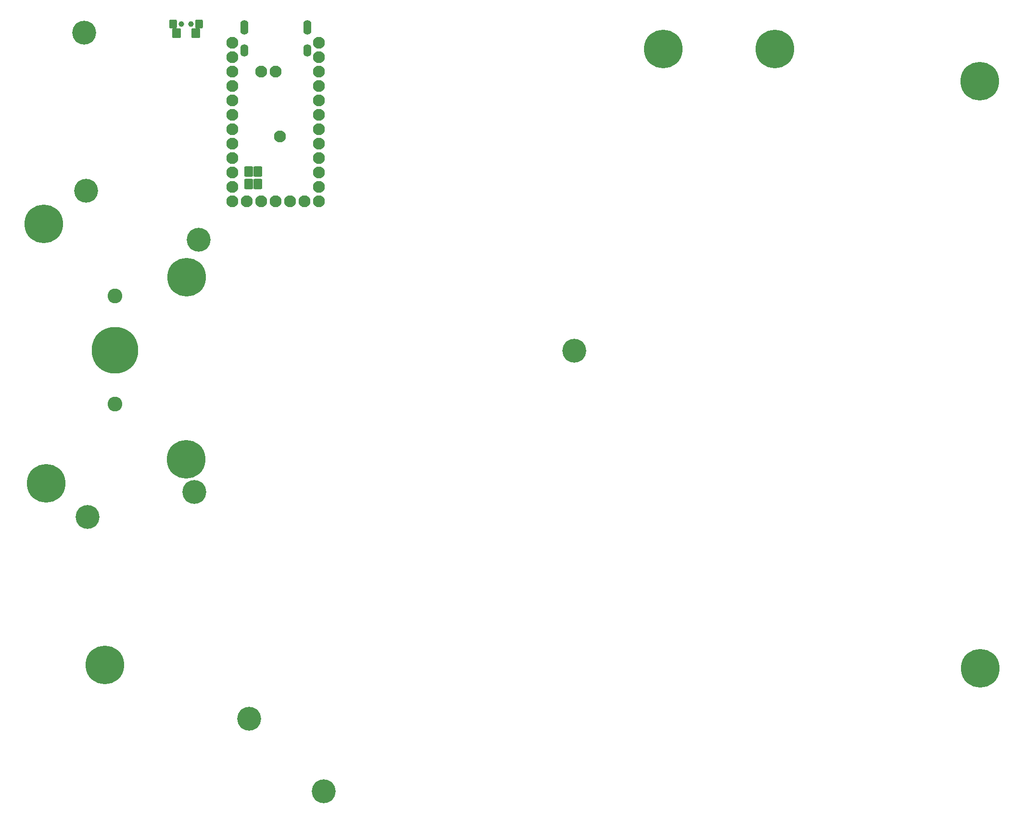
<source format=gbs>
G04 #@! TF.GenerationSoftware,KiCad,Pcbnew,(6.0.0)*
G04 #@! TF.CreationDate,2021-12-27T00:15:52+08:00*
G04 #@! TF.ProjectId,Alvaro v2,416c7661-726f-4207-9632-2e6b69636164,rev?*
G04 #@! TF.SameCoordinates,Original*
G04 #@! TF.FileFunction,Soldermask,Bot*
G04 #@! TF.FilePolarity,Negative*
%FSLAX46Y46*%
G04 Gerber Fmt 4.6, Leading zero omitted, Abs format (unit mm)*
G04 Created by KiCad (PCBNEW (6.0.0)) date 2021-12-27 00:15:52*
%MOMM*%
%LPD*%
G01*
G04 APERTURE LIST*
G04 Aperture macros list*
%AMRoundRect*
0 Rectangle with rounded corners*
0 $1 Rounding radius*
0 $2 $3 $4 $5 $6 $7 $8 $9 X,Y pos of 4 corners*
0 Add a 4 corners polygon primitive as box body*
4,1,4,$2,$3,$4,$5,$6,$7,$8,$9,$2,$3,0*
0 Add four circle primitives for the rounded corners*
1,1,$1+$1,$2,$3*
1,1,$1+$1,$4,$5*
1,1,$1+$1,$6,$7*
1,1,$1+$1,$8,$9*
0 Add four rect primitives between the rounded corners*
20,1,$1+$1,$2,$3,$4,$5,0*
20,1,$1+$1,$4,$5,$6,$7,0*
20,1,$1+$1,$6,$7,$8,$9,0*
20,1,$1+$1,$8,$9,$2,$3,0*%
G04 Aperture macros list end*
%ADD10O,1.400000X2.200000*%
%ADD11O,1.400000X2.600000*%
%ADD12C,1.200000*%
%ADD13C,6.800000*%
%ADD14RoundRect,0.200000X0.600000X-0.700000X0.600000X0.700000X-0.600000X0.700000X-0.600000X-0.700000X0*%
%ADD15C,2.100000*%
%ADD16C,4.200000*%
%ADD17RoundRect,0.200000X-0.450000X-0.600000X0.450000X-0.600000X0.450000X0.600000X-0.450000X0.600000X0*%
%ADD18C,1.000000*%
%ADD19RoundRect,0.200000X-0.575000X-0.650000X0.575000X-0.650000X0.575000X0.650000X-0.575000X0.650000X0*%
%ADD20C,2.600000*%
%ADD21C,8.200000*%
G04 APERTURE END LIST*
D10*
X79867000Y-20020000D03*
D11*
X68717000Y-16020000D03*
X79867000Y-16020000D03*
D10*
X68717000Y-20020000D03*
D12*
X31731394Y-48923159D03*
X31731394Y-52317271D03*
X31028450Y-50620215D03*
X35828450Y-50620215D03*
X33428450Y-53020215D03*
D13*
X33428450Y-50620215D03*
D12*
X33428450Y-48220215D03*
X35125506Y-52317271D03*
X35125506Y-48923159D03*
D14*
X71142000Y-43569000D03*
X71142000Y-41369000D03*
X69542000Y-41369000D03*
X69542000Y-43569000D03*
D15*
X79372000Y-46660000D03*
X76832000Y-46660000D03*
X74292000Y-46660000D03*
X71752000Y-46660000D03*
X69212000Y-46660000D03*
X66672000Y-46660000D03*
X66672000Y-44120000D03*
X66672000Y-41580000D03*
X66672000Y-39040000D03*
X66672000Y-36500000D03*
X66672000Y-33960000D03*
X66672000Y-31420000D03*
X66672000Y-28880000D03*
X66672000Y-26340000D03*
X66672000Y-23800000D03*
X66672000Y-21260000D03*
X66672000Y-18720000D03*
X81912000Y-18720000D03*
X81912000Y-21260000D03*
X81912000Y-23800000D03*
X81912000Y-26340000D03*
X81912000Y-28880000D03*
X81912000Y-31420000D03*
X81912000Y-33960000D03*
X81912000Y-36500000D03*
X81912000Y-39040000D03*
X81912000Y-41580000D03*
X81912000Y-44120000D03*
X81912000Y-46660000D03*
X74992000Y-35220000D03*
X71752000Y-23800000D03*
X74292000Y-23800000D03*
D12*
X60866596Y-92099365D03*
X58466596Y-89699365D03*
X56769540Y-93796421D03*
X60163652Y-90402309D03*
X58466596Y-94499365D03*
D13*
X58466596Y-92099365D03*
D12*
X56066596Y-92099365D03*
X56769540Y-90402309D03*
X60163652Y-93796421D03*
X56921523Y-61741416D03*
X56921523Y-58347304D03*
X60315635Y-58347304D03*
X61018579Y-60044360D03*
X58618579Y-62444360D03*
X56218579Y-60044360D03*
X60315635Y-61741416D03*
D13*
X58618579Y-60044360D03*
D12*
X58618579Y-57644360D03*
D16*
X69560000Y-137777500D03*
D17*
X56200000Y-15430000D03*
X60800000Y-15430000D03*
D18*
X57650000Y-15430000D03*
X59350000Y-15430000D03*
D19*
X56825000Y-16980000D03*
X60175000Y-16980000D03*
D16*
X82740000Y-150637500D03*
D12*
X35595955Y-94657980D03*
X31498899Y-96355036D03*
X32201843Y-98052092D03*
D13*
X33898899Y-96355036D03*
D12*
X33898899Y-98755036D03*
X36298899Y-96355036D03*
X35595955Y-98052092D03*
X32201843Y-94657980D03*
X33898899Y-93955036D03*
X160427944Y-21497056D03*
X164525000Y-19800000D03*
X160427944Y-18102944D03*
X163822056Y-21497056D03*
X162125000Y-17400000D03*
X159725000Y-19800000D03*
X162125000Y-22200000D03*
D13*
X162125000Y-19800000D03*
D12*
X163822056Y-18102944D03*
X41830000Y-128367500D03*
X44230000Y-130767500D03*
X42532944Y-130064556D03*
D13*
X44230000Y-128367500D03*
D12*
X45927056Y-126670444D03*
X42532944Y-126670444D03*
X46630000Y-128367500D03*
X45927056Y-130064556D03*
X44230000Y-125967500D03*
D16*
X60740000Y-53437500D03*
X40550000Y-16937500D03*
D12*
X140757944Y-18102944D03*
X142455000Y-22200000D03*
X142455000Y-17400000D03*
X144152056Y-18102944D03*
D13*
X142455000Y-19800000D03*
D12*
X140757944Y-21497056D03*
X144855000Y-19800000D03*
X144152056Y-21497056D03*
X140055000Y-19800000D03*
X199877056Y-27194556D03*
X200580000Y-25497500D03*
X199877056Y-23800444D03*
X196482944Y-23800444D03*
X195780000Y-25497500D03*
D13*
X198180000Y-25497500D03*
D12*
X198180000Y-23097500D03*
X196482944Y-27194556D03*
X198180000Y-27897500D03*
D20*
X45980000Y-63350000D03*
D21*
X45980000Y-72850000D03*
D20*
X45980000Y-82350000D03*
D16*
X41140000Y-102265000D03*
X40910000Y-44785000D03*
X126840000Y-72947500D03*
X59980000Y-97865000D03*
D12*
X198304500Y-126567500D03*
X200001556Y-130664556D03*
X200001556Y-127270444D03*
X196607444Y-127270444D03*
X195904500Y-128967500D03*
D13*
X198304500Y-128967500D03*
D12*
X198304500Y-131367500D03*
X196607444Y-130664556D03*
X200704500Y-128967500D03*
M02*

</source>
